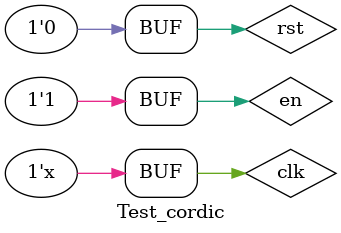
<source format=v>
`timescale 1ns / 100ps


module Test_cordic();

reg clk;    
initial clk=0;
always begin
    #5 clk = !clk;  // 100 MHz
end

reg en;
initial begin
 en = 1;
 #10 en = 1'b1;
end
 
 reg rst;
 initial begin
    rst = 1'b0;
    #30 rst = 1'b0;
 end

parameter D_PHAZE_MEAN=36000;
parameter DATA_WIDTH=14;
parameter AMPLITUDE=8192;
wire [DATA_WIDTH-1:0]sin;
wire [DATA_WIDTH-1:0]cos;

Cordic #(
     .D_PHAZE_MEAN(D_PHAZE_MEAN)
    , .DATA_WIDTH(DATA_WIDTH))
Cordic_dut
(
    .clk(clk)
    ,.rst(rst)
    ,.en(en)
    ,.phaze_int(0)
    ,.x_int(AMPLITUDE)
    ,.out_sin(sin)
    ,.out_cos(cos)
);


endmodule

</source>
